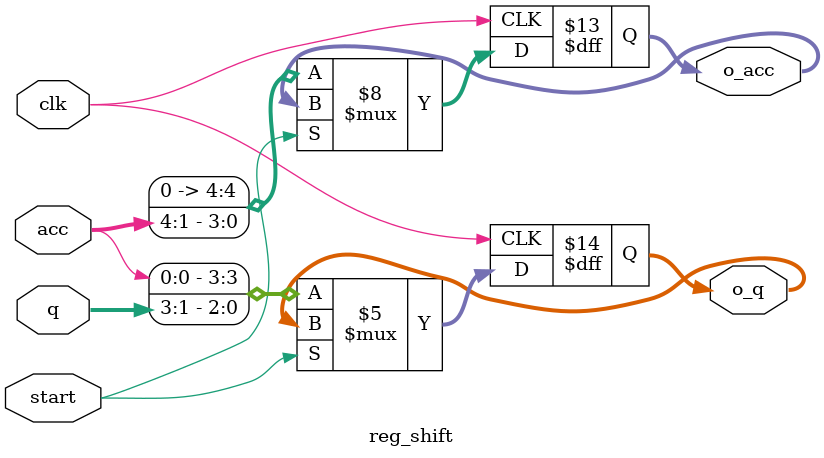
<source format=v>

module reg_shift (
                    input [4:0] acc,    // acumulator
                    input [3:0] q,      // multiplier
                    input clk,          // clock
                    input start,
                    output reg [4:0] o_acc,
                    output reg [3:0] o_q
                  );
reg [8:0] temp;                  
    
    always @(posedge clk) begin 
      if (~start) begin
        temp = {acc, q};
        temp = temp >> 1; 
        o_acc = temp [8:4];
        o_q = temp[3:0];
      end
    end
endmodule

</source>
